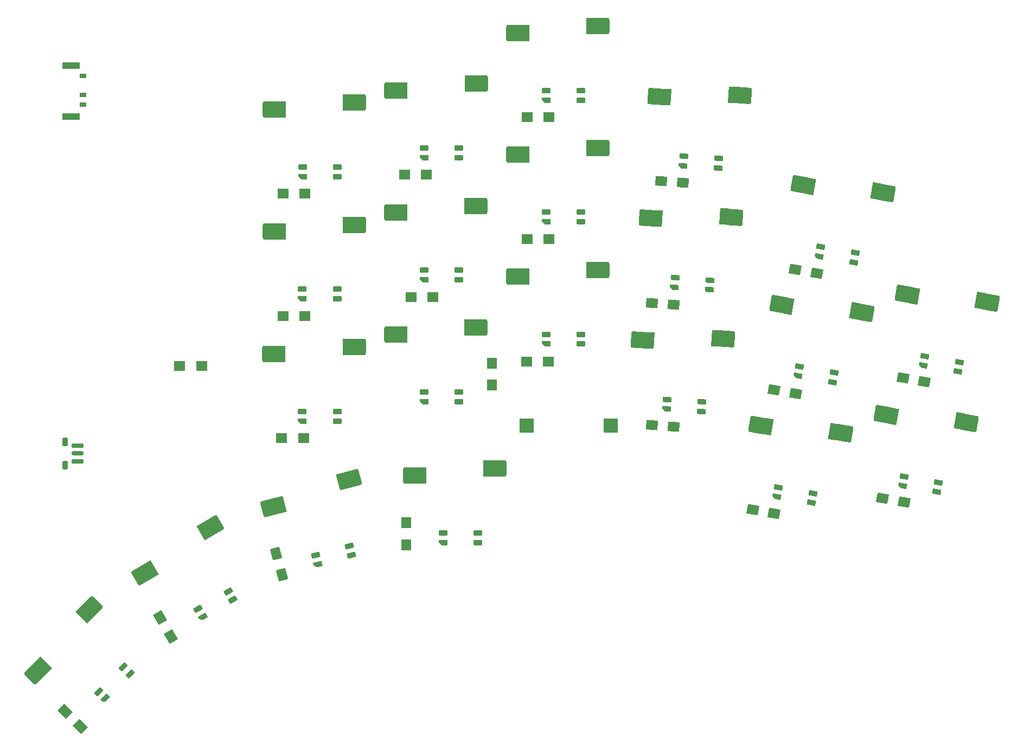
<source format=gtp>
G04 #@! TF.GenerationSoftware,KiCad,Pcbnew,8.0.4-8.0.4-0~ubuntu22.04.1*
G04 #@! TF.CreationDate,2024-09-04T00:25:38+02:00*
G04 #@! TF.ProjectId,klor1_4_LP_KS33,6b6c6f72-315f-4345-9f4c-505f4b533333,v1.4.0 LP KS33*
G04 #@! TF.SameCoordinates,Original*
G04 #@! TF.FileFunction,Paste,Top*
G04 #@! TF.FilePolarity,Positive*
%FSLAX46Y46*%
G04 Gerber Fmt 4.6, Leading zero omitted, Abs format (unit mm)*
G04 Created by KiCad (PCBNEW 8.0.4-8.0.4-0~ubuntu22.04.1) date 2024-09-04 00:25:38*
%MOMM*%
%LPD*%
G01*
G04 APERTURE LIST*
G04 Aperture macros list*
%AMRoundRect*
0 Rectangle with rounded corners*
0 $1 Rounding radius*
0 $2 $3 $4 $5 $6 $7 $8 $9 X,Y pos of 4 corners*
0 Add a 4 corners polygon primitive as box body*
4,1,4,$2,$3,$4,$5,$6,$7,$8,$9,$2,$3,0*
0 Add four circle primitives for the rounded corners*
1,1,$1+$1,$2,$3*
1,1,$1+$1,$4,$5*
1,1,$1+$1,$6,$7*
1,1,$1+$1,$8,$9*
0 Add four rect primitives between the rounded corners*
20,1,$1+$1,$2,$3,$4,$5,0*
20,1,$1+$1,$4,$5,$6,$7,0*
20,1,$1+$1,$6,$7,$8,$9,0*
20,1,$1+$1,$8,$9,$2,$3,0*%
%AMRotRect*
0 Rectangle, with rotation*
0 The origin of the aperture is its center*
0 $1 length*
0 $2 width*
0 $3 Rotation angle, in degrees counterclockwise*
0 Add horizontal line*
21,1,$1,$2,0,0,$3*%
%AMFreePoly0*
4,1,18,-0.410000,0.265000,0.000000,0.675000,0.328000,0.675000,0.359380,0.668758,0.385983,0.650983,0.403758,0.624380,0.410000,0.593000,0.410000,-0.593000,0.403758,-0.624380,0.385983,-0.650983,0.359380,-0.668758,0.328000,-0.675000,-0.328000,-0.675000,-0.359380,-0.668758,-0.385983,-0.650983,-0.403758,-0.624380,-0.410000,-0.593000,-0.410000,0.265000,-0.410000,0.265000,$1*%
G04 Aperture macros list end*
%ADD10RoundRect,0.082000X0.651245X0.187383X0.187383X0.651245X-0.651245X-0.187383X-0.187383X-0.651245X0*%
%ADD11FreePoly0,135.000000*%
%ADD12RotRect,1.200000X2.550000X45.000000*%
%ADD13RoundRect,0.255000X0.035355X1.477853X-1.477853X-0.035355X-0.035355X-1.477853X1.477853X0.035355X0*%
%ADD14RotRect,1.200000X2.550000X225.000000*%
%ADD15RoundRect,0.082000X0.593000X-0.328000X0.593000X0.328000X-0.593000X0.328000X-0.593000X-0.328000X0*%
%ADD16FreePoly0,90.000000*%
%ADD17R,1.200000X2.550000*%
%ADD18RoundRect,0.255000X1.070000X1.020000X-1.070000X1.020000X-1.070000X-1.020000X1.070000X-1.020000X0*%
%ADD19RoundRect,0.082000X0.568675X-0.368567X0.614436X0.285835X-0.568675X0.368567X-0.614436X-0.285835X0*%
%ADD20FreePoly0,86.000000*%
%ADD21RotRect,1.200000X2.550000X356.000000*%
%ADD22RoundRect,0.255000X1.138545X0.942876X-0.996242X1.092155X-1.138545X-0.942876X0.996242X-1.092155X0*%
%ADD23RotRect,1.200000X2.550000X176.000000*%
%ADD24RoundRect,0.082000X0.657687X-0.163344X0.487901X0.470303X-0.657687X0.163344X-0.487901X-0.470303X0*%
%ADD25FreePoly0,105.000000*%
%ADD26RotRect,1.200000X2.550000X15.000000*%
%ADD27RoundRect,0.255000X0.769545X1.262181X-1.297536X0.708308X-0.769545X-1.262181X1.297536X-0.708308X0*%
%ADD28RotRect,1.200000X2.550000X195.000000*%
%ADD29RoundRect,0.082000X0.527034X-0.425990X0.640948X0.220044X-0.527034X0.425990X-0.640948X-0.220044X0*%
%ADD30FreePoly0,80.000000*%
%ADD31RotRect,1.200000X2.550000X350.000000*%
%ADD32RoundRect,0.255000X1.230865X0.818700X-0.876623X1.190307X-1.230865X-0.818700X0.876623X-1.190307X0*%
%ADD33RotRect,1.200000X2.550000X170.000000*%
%ADD34RoundRect,0.082000X0.677553X0.012444X0.349553X0.580556X-0.677553X-0.012444X-0.349553X-0.580556X0*%
%ADD35FreePoly0,120.000000*%
%ADD36RotRect,1.200000X2.550000X30.000000*%
%ADD37RoundRect,0.255000X0.416647X1.418346X-1.436647X0.348346X-0.416647X-1.418346X1.436647X-0.348346X0*%
%ADD38RotRect,1.200000X2.550000X210.000000*%
%ADD39RotRect,1.800000X1.500000X350.000000*%
%ADD40R,1.800000X1.500000*%
%ADD41RotRect,1.800000X1.500000X356.000000*%
%ADD42RotRect,1.800000X1.500000X105.000000*%
%ADD43R,2.200000X2.200000*%
%ADD44RotRect,1.800000X1.500000X120.000000*%
%ADD45RoundRect,0.187500X-0.712500X0.187500X-0.712500X-0.187500X0.712500X-0.187500X0.712500X0.187500X0*%
%ADD46RoundRect,0.150000X-0.750000X0.150000X-0.750000X-0.150000X0.750000X-0.150000X0.750000X0.150000X0*%
%ADD47RoundRect,0.225000X-0.225000X0.425000X-0.225000X-0.425000X0.225000X-0.425000X0.225000X0.425000X0*%
%ADD48RotRect,1.800000X1.500000X135.000000*%
%ADD49R,1.500000X1.800000*%
%ADD50R,1.000000X0.700000*%
%ADD51R,2.800000X1.000000*%
G04 APERTURE END LIST*
D10*
X91409592Y-155071868D03*
D11*
X87555860Y-158925600D03*
D10*
X86495200Y-157864940D03*
X90348932Y-154011208D03*
D12*
X84263629Y-145879643D03*
D13*
X85462175Y-144681097D03*
X76665767Y-154962429D03*
D14*
X77864313Y-153763883D03*
D15*
X145728074Y-134572844D03*
D16*
X140278074Y-134572844D03*
D15*
X140278074Y-133072844D03*
X145728074Y-133072844D03*
D17*
X147175000Y-123020000D03*
D18*
X148870000Y-123020000D03*
X135380000Y-124070000D03*
D17*
X137075000Y-124070000D03*
D19*
X183196704Y-76087265D03*
D20*
X177759979Y-75707093D03*
D19*
X177864614Y-74210747D03*
X183301338Y-74590919D03*
D21*
X185445991Y-64663496D03*
D22*
X187136862Y-64781733D03*
X173606478Y-64888161D03*
D23*
X175297349Y-65006398D03*
D24*
X126027856Y-136545510D03*
D25*
X120763560Y-137956074D03*
D24*
X120375331Y-136507185D03*
X125639627Y-135096621D03*
D26*
X124435383Y-125011827D03*
D27*
X126072627Y-124573129D03*
X113314048Y-129078820D03*
D28*
X114951292Y-128640122D03*
D15*
X161814473Y-84478104D03*
D16*
X156364473Y-84478104D03*
D15*
X156364473Y-82978104D03*
X161814473Y-82978104D03*
D17*
X163261399Y-72925260D03*
D18*
X164956399Y-72925260D03*
X151466399Y-73975260D03*
D17*
X153161399Y-73975260D03*
D29*
X220629355Y-107874070D03*
D30*
X215262153Y-106927687D03*
D29*
X215522625Y-105450475D03*
X220889827Y-106396858D03*
D31*
X224060429Y-96747995D03*
D32*
X225729678Y-97042329D03*
X212262291Y-95733863D03*
D33*
X213931540Y-96028197D03*
D19*
X180576704Y-114097265D03*
D20*
X175139979Y-113717093D03*
D19*
X175244614Y-112220747D03*
X180681338Y-112600919D03*
D21*
X182825991Y-102673496D03*
D22*
X184516862Y-102791733D03*
X170986478Y-102898161D03*
D23*
X172677349Y-103016398D03*
D15*
X123765105Y-96487584D03*
D16*
X118315105Y-96487584D03*
D15*
X118315105Y-94987584D03*
X123765105Y-94987584D03*
D17*
X125212031Y-84934740D03*
D18*
X126907031Y-84934740D03*
X113417031Y-85984740D03*
D17*
X115112031Y-85984740D03*
D29*
X217349355Y-126674070D03*
D30*
X211982153Y-125727687D03*
D29*
X212242625Y-124250475D03*
X217609827Y-125196858D03*
D31*
X220780429Y-115547995D03*
D32*
X222449678Y-115842329D03*
X208982291Y-114533863D03*
D33*
X210651540Y-114828197D03*
D15*
X123748074Y-115602844D03*
D16*
X118298074Y-115602844D03*
D15*
X118298074Y-114102844D03*
X123748074Y-114102844D03*
D17*
X125195000Y-104050000D03*
D18*
X126890000Y-104050000D03*
X113400000Y-105100000D03*
D17*
X115095000Y-105100000D03*
D15*
X123788074Y-77432844D03*
D16*
X118338074Y-77432844D03*
D15*
X118338074Y-75932844D03*
X123788074Y-75932844D03*
D17*
X125235000Y-65880000D03*
D18*
X126930000Y-65880000D03*
X113440000Y-66930000D03*
D17*
X115135000Y-66930000D03*
D19*
X181836704Y-95067265D03*
D20*
X176399979Y-94687093D03*
D19*
X176504614Y-93190747D03*
X181941338Y-93570919D03*
D21*
X184085991Y-83643496D03*
D22*
X185776862Y-83761733D03*
X172246478Y-83868161D03*
D23*
X173937349Y-83986398D03*
D15*
X161828074Y-65472844D03*
D16*
X156378074Y-65472844D03*
D15*
X156378074Y-63972844D03*
X161828074Y-63972844D03*
D17*
X163275000Y-53920000D03*
D18*
X164970000Y-53920000D03*
X151480000Y-54970000D03*
D17*
X153175000Y-54970000D03*
D34*
X107485199Y-143502137D03*
D35*
X102765360Y-146227137D03*
D34*
X102015360Y-144928099D03*
X106735199Y-142203099D03*
D36*
X102961851Y-132773618D03*
D37*
X104429764Y-131926118D03*
X93272082Y-139580445D03*
D38*
X94739995Y-138732945D03*
D29*
X197759355Y-128354070D03*
D30*
X192392153Y-127407687D03*
D29*
X192652625Y-125930475D03*
X198019827Y-126876858D03*
D31*
X201190429Y-117227995D03*
D32*
X202859678Y-117522329D03*
X189392291Y-116213863D03*
D33*
X191061540Y-116508197D03*
D15*
X142764473Y-112550701D03*
D16*
X137314473Y-112550701D03*
D15*
X137314473Y-111050701D03*
X142764473Y-111050701D03*
D17*
X144211399Y-100997857D03*
D18*
X145906399Y-100997857D03*
X132416399Y-102047857D03*
D17*
X134111399Y-102047857D03*
D15*
X142778074Y-93532844D03*
D16*
X137328074Y-93532844D03*
D15*
X137328074Y-92032844D03*
X142778074Y-92032844D03*
D17*
X144225000Y-81980000D03*
D18*
X145920000Y-81980000D03*
X132430000Y-83030000D03*
D17*
X134125000Y-83030000D03*
D29*
X204369355Y-90794070D03*
D30*
X199002153Y-89847687D03*
D29*
X199262625Y-88370475D03*
X204629827Y-89316858D03*
D31*
X207800429Y-79667995D03*
D32*
X209469678Y-79962329D03*
X196002291Y-78653863D03*
D33*
X197671540Y-78948197D03*
D15*
X161814473Y-103550701D03*
D16*
X156364473Y-103550701D03*
D15*
X156364473Y-102050701D03*
X161814473Y-102050701D03*
D17*
X163261399Y-91997857D03*
D18*
X164956399Y-91997857D03*
X151466399Y-93047857D03*
D17*
X153161399Y-93047857D03*
D29*
X201046420Y-109491624D03*
D30*
X195679218Y-108545241D03*
D29*
X195939690Y-107068029D03*
X201306892Y-108014412D03*
D31*
X204477494Y-98365549D03*
D32*
X206146743Y-98659883D03*
X192679356Y-97351417D03*
D33*
X194348605Y-97645751D03*
D15*
X142788074Y-74452844D03*
D16*
X137338074Y-74452844D03*
D15*
X137338074Y-72952844D03*
X142788074Y-72952844D03*
D17*
X144235000Y-62900000D03*
D18*
X145930000Y-62900000D03*
X132440000Y-63950000D03*
D17*
X134135000Y-63950000D03*
D39*
X191951654Y-110709596D03*
X195300000Y-111300000D03*
D40*
X135297000Y-96197000D03*
X138697000Y-96197000D03*
D41*
X172900000Y-116200000D03*
X176291718Y-116437172D03*
D42*
X115126992Y-139581074D03*
X114247008Y-136296926D03*
D43*
X153295000Y-116290000D03*
X166495000Y-116290000D03*
D40*
X153300000Y-106300000D03*
X156700000Y-106300000D03*
X115300000Y-99200000D03*
X118700000Y-99200000D03*
D39*
X195251654Y-91909596D03*
X198600000Y-92500000D03*
D44*
X97818000Y-149232486D03*
X96118000Y-146288000D03*
D45*
X83209995Y-119435008D03*
X83209995Y-121885008D03*
D46*
X83209995Y-120660008D03*
D47*
X81259995Y-118810008D03*
X81259995Y-122510008D03*
D39*
X212080827Y-108874798D03*
X215429173Y-109465202D03*
D40*
X134300000Y-77100000D03*
X137700000Y-77100000D03*
X153400000Y-68100000D03*
X156800000Y-68100000D03*
X153379000Y-87185000D03*
X156779000Y-87185000D03*
D39*
X188625827Y-129404798D03*
X191974173Y-129995202D03*
D40*
X99180000Y-106960000D03*
X102580000Y-106960000D03*
D41*
X172908282Y-97162828D03*
X176300000Y-97400000D03*
X174300000Y-78100000D03*
X177691718Y-78337172D03*
D48*
X83679164Y-163304164D03*
X81275000Y-160900000D03*
D49*
X147895000Y-109980000D03*
X147895000Y-106580000D03*
D40*
X115300000Y-80100000D03*
X118700000Y-80100000D03*
D50*
X84101228Y-61676228D03*
X84101228Y-64676228D03*
X84101228Y-66176228D03*
D51*
X82201228Y-60076228D03*
X82201228Y-68026228D03*
D40*
X115100000Y-118290000D03*
X118500000Y-118290000D03*
D39*
X208900827Y-127684798D03*
X212249173Y-128275202D03*
D49*
X134545000Y-134900000D03*
X134545000Y-131500000D03*
M02*

</source>
